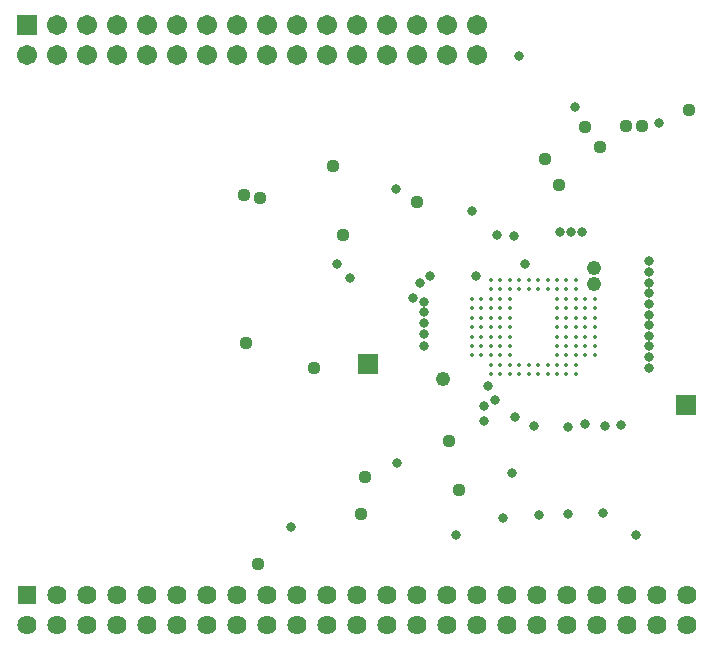
<source format=gbs>
G04 Layer_Color=16711935*
%FSLAX25Y25*%
%MOIN*%
G70*
G01*
G75*
%ADD64C,0.01378*%
%ADD96R,0.06706X0.06706*%
%ADD97C,0.04800*%
%ADD98C,0.06706*%
%ADD99C,0.06400*%
%ADD100R,0.06400X0.06400*%
%ADD101C,0.04400*%
%ADD102C,0.03200*%
D64*
X201260Y120000D02*
D03*
X194961Y123150D02*
D03*
X198110Y116850D02*
D03*
Y120000D02*
D03*
X194961Y126299D02*
D03*
X191811Y123150D02*
D03*
X194961Y120000D02*
D03*
X191811D02*
D03*
X201260Y113701D02*
D03*
Y116850D02*
D03*
Y110551D02*
D03*
X198110Y113701D02*
D03*
X194961D02*
D03*
Y116850D02*
D03*
X198110Y110551D02*
D03*
X194961D02*
D03*
X191811Y126299D02*
D03*
X188661D02*
D03*
Y123150D02*
D03*
X185512Y126299D02*
D03*
X182362D02*
D03*
X179213D02*
D03*
X185512Y123150D02*
D03*
X182362D02*
D03*
X191811Y116850D02*
D03*
X188661Y120000D02*
D03*
X191811Y110551D02*
D03*
Y113701D02*
D03*
X188661D02*
D03*
Y116850D02*
D03*
Y110551D02*
D03*
X201260Y104252D02*
D03*
Y107402D02*
D03*
X198110D02*
D03*
X194961Y104252D02*
D03*
Y107402D02*
D03*
X201260Y101102D02*
D03*
X198110D02*
D03*
Y104252D02*
D03*
X194961Y101102D02*
D03*
Y94803D02*
D03*
Y97953D02*
D03*
X191811Y107402D02*
D03*
X188661D02*
D03*
X191811Y101102D02*
D03*
Y104252D02*
D03*
X188661D02*
D03*
Y101102D02*
D03*
X185512Y97953D02*
D03*
X191811D02*
D03*
X188661D02*
D03*
X191811Y94803D02*
D03*
X188661D02*
D03*
X185512D02*
D03*
X182362Y97953D02*
D03*
Y94803D02*
D03*
X179213D02*
D03*
X176063Y126299D02*
D03*
X172913D02*
D03*
X176063Y123150D02*
D03*
X169764D02*
D03*
Y126299D02*
D03*
X179213Y123150D02*
D03*
X172913Y120000D02*
D03*
Y110551D02*
D03*
Y116850D02*
D03*
Y123150D02*
D03*
X169764Y120000D02*
D03*
X172913Y113701D02*
D03*
X169764D02*
D03*
X166614Y123150D02*
D03*
Y126299D02*
D03*
X169764Y116850D02*
D03*
X166614Y120000D02*
D03*
X163465D02*
D03*
X160315D02*
D03*
X163465Y116850D02*
D03*
X160315D02*
D03*
X166614Y113701D02*
D03*
Y116850D02*
D03*
X169764Y110551D02*
D03*
X166614D02*
D03*
X163465Y113701D02*
D03*
X160315D02*
D03*
X163465Y110551D02*
D03*
X160315D02*
D03*
X172913Y101102D02*
D03*
Y104252D02*
D03*
X179213Y97953D02*
D03*
X176063D02*
D03*
X172913Y107402D02*
D03*
X169764Y104252D02*
D03*
Y101102D02*
D03*
X172913Y97953D02*
D03*
X169764D02*
D03*
X176063Y94803D02*
D03*
X172913D02*
D03*
X169764D02*
D03*
Y107402D02*
D03*
X166614D02*
D03*
X163465D02*
D03*
X160315Y104252D02*
D03*
Y107402D02*
D03*
X166614Y101102D02*
D03*
Y104252D02*
D03*
Y94803D02*
D03*
Y97953D02*
D03*
X163465Y101102D02*
D03*
Y104252D02*
D03*
X160315Y101102D02*
D03*
D96*
X231496Y84488D02*
D03*
X125630Y98150D02*
D03*
X12000Y211297D02*
D03*
D97*
X201142Y130354D02*
D03*
X150748Y93228D02*
D03*
X201102Y125000D02*
D03*
D98*
X12000Y201297D02*
D03*
X22000Y211297D02*
D03*
Y201297D02*
D03*
X32000Y211297D02*
D03*
Y201297D02*
D03*
X42000Y211297D02*
D03*
Y201297D02*
D03*
X52000Y211297D02*
D03*
Y201297D02*
D03*
X62000Y211297D02*
D03*
Y201297D02*
D03*
X72000Y211297D02*
D03*
Y201297D02*
D03*
X82000Y211297D02*
D03*
Y201297D02*
D03*
X92000Y211297D02*
D03*
Y201297D02*
D03*
X102000Y211297D02*
D03*
Y201297D02*
D03*
X112000Y211297D02*
D03*
Y201297D02*
D03*
X122000Y211297D02*
D03*
Y201297D02*
D03*
X132000Y211297D02*
D03*
Y201297D02*
D03*
X142000Y211297D02*
D03*
Y201297D02*
D03*
X152000Y211297D02*
D03*
Y201297D02*
D03*
X162000Y211297D02*
D03*
Y201297D02*
D03*
D99*
X222001Y21297D02*
D03*
X232000D02*
D03*
X182001D02*
D03*
X212000D02*
D03*
X202000D02*
D03*
Y11297D02*
D03*
X192000Y21297D02*
D03*
X132001D02*
D03*
X142000D02*
D03*
X122001D02*
D03*
X162001D02*
D03*
X172001D02*
D03*
X152000D02*
D03*
X232000Y11297D02*
D03*
X212000D02*
D03*
X222001D02*
D03*
X182001D02*
D03*
X192000D02*
D03*
X172001D02*
D03*
X122001D02*
D03*
X132001D02*
D03*
X112001D02*
D03*
X152000D02*
D03*
X162001D02*
D03*
X142000D02*
D03*
X102000Y21297D02*
D03*
X112001D02*
D03*
X92001D02*
D03*
X72000D02*
D03*
X82000D02*
D03*
X62001D02*
D03*
X42000D02*
D03*
X52000D02*
D03*
X22001D02*
D03*
X32000D02*
D03*
X72000Y11297D02*
D03*
X82000D02*
D03*
X52000D02*
D03*
X62001D02*
D03*
X92001D02*
D03*
X102000D02*
D03*
X32000D02*
D03*
X42000D02*
D03*
X12000D02*
D03*
X22001D02*
D03*
D100*
X12000Y21297D02*
D03*
D101*
X216885Y177483D02*
D03*
X211741Y177639D02*
D03*
X203013Y170625D02*
D03*
X123389Y48364D02*
D03*
X84244Y154690D02*
D03*
X124563Y60583D02*
D03*
X84912Y105204D02*
D03*
X117196Y141425D02*
D03*
X184519Y166756D02*
D03*
X141999Y152189D02*
D03*
X189243Y158094D02*
D03*
X152629Y72661D02*
D03*
X107609Y97004D02*
D03*
X113819Y164370D02*
D03*
X197823Y177154D02*
D03*
X232638Y182992D02*
D03*
X89016Y31653D02*
D03*
X89724Y153740D02*
D03*
X156102Y56417D02*
D03*
D102*
X154991Y41165D02*
D03*
X214833Y41165D02*
D03*
X219443Y114764D02*
D03*
Y132480D02*
D03*
Y128937D02*
D03*
X197907Y78423D02*
D03*
X192403Y77402D02*
D03*
X219443Y100591D02*
D03*
Y97047D02*
D03*
Y107677D02*
D03*
Y104134D02*
D03*
X173630Y62031D02*
D03*
X219443Y125394D02*
D03*
X180936Y77464D02*
D03*
X219443Y111221D02*
D03*
Y118307D02*
D03*
Y121850D02*
D03*
X174676Y80535D02*
D03*
X134912Y156519D02*
D03*
X115227Y131582D02*
D03*
X119558Y126858D02*
D03*
X204606Y77638D02*
D03*
X210079Y78071D02*
D03*
X168032Y86339D02*
D03*
X164173Y84252D02*
D03*
X165791Y90828D02*
D03*
X222520Y178532D02*
D03*
X194528Y184016D02*
D03*
X135315Y65197D02*
D03*
X100039Y44094D02*
D03*
X204095Y48583D02*
D03*
X170787Y47087D02*
D03*
X182550Y47904D02*
D03*
X192393Y48237D02*
D03*
X164331Y79331D02*
D03*
X175984Y201024D02*
D03*
X161811Y127717D02*
D03*
X146181D02*
D03*
X142835Y125157D02*
D03*
X178071Y131575D02*
D03*
X160197Y149291D02*
D03*
X174252Y141024D02*
D03*
X168504Y141425D02*
D03*
X189803Y142165D02*
D03*
X193465D02*
D03*
X197008Y142362D02*
D03*
X140787Y120346D02*
D03*
X144370Y104252D02*
D03*
Y108189D02*
D03*
Y112008D02*
D03*
Y115512D02*
D03*
Y118858D02*
D03*
M02*

</source>
